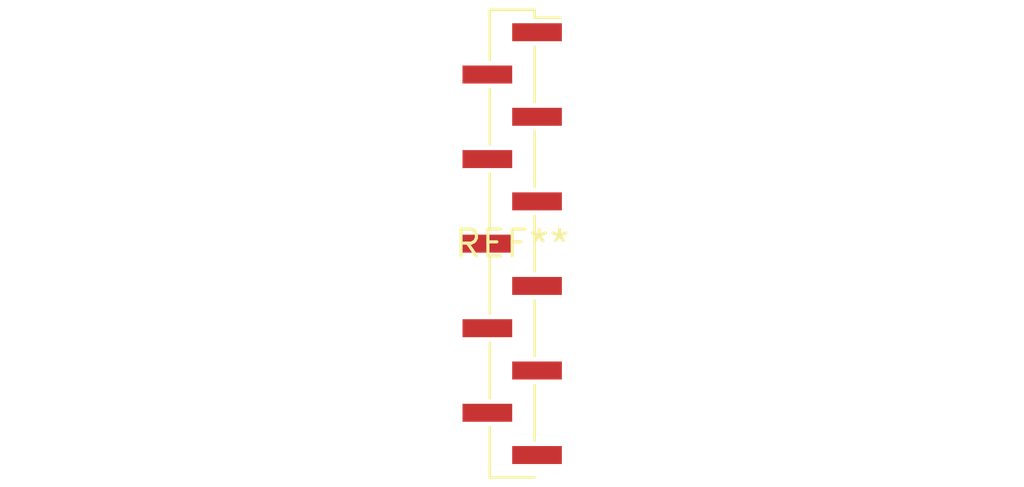
<source format=kicad_pcb>
(kicad_pcb (version 20240108) (generator pcbnew)
  (layers (0 "F.Cu" signal) (31 "B.Cu" signal) (34 "B.Paste" user) (35 "F.Paste" user) (36 "B.SilkS" user "B.Silkscreen") (37 "F.SilkS" user "F.Silkscreen") (38 "B.Mask" user) (39 "F.Mask" user) (44 "Edge.Cuts" user))
  (net 0 "")
  (footprint "PinHeader_1x11_P2.00mm_Vertical_SMD_Pin1Right" (layer "F.Cu") (at 0 0)
    (property "Reference" "REF**")
    (property "Value" "PinHeader_1x11_P2.00mm_Vertical_SMD_Pin1Right")
    (fp_line (start -1.06 -11.06) (end -1.06 -8.685) (layer "F.SilkS") (stroke (width 0.12)))
    (fp_line (start -1.06 -11.06) (end 1.06 -11.06) (layer "F.SilkS") (stroke (width 0.12)))
    (fp_line (start -1.06 -7.315) (end -1.06 -4.685) (layer "F.SilkS") (stroke (width 0.12)))
    (fp_line (start -1.06 -3.315) (end -1.06 -0.685) (layer "F.SilkS") (stroke (width 0.12)))
    (fp_line (start -1.06 0.685) (end -1.06 3.315) (layer "F.SilkS") (stroke (width 0.12)))
    (fp_line (start -1.06 4.685) (end -1.06 7.315) (layer "F.SilkS") (stroke (width 0.12)))
    (fp_line (start -1.06 8.685) (end -1.06 11.06) (layer "F.SilkS") (stroke (width 0.12)))
    (fp_line (start -1.06 10.685) (end -1.06 11.06) (layer "F.SilkS") (stroke (width 0.12)))
    (fp_line (start -1.06 11.06) (end 1.06 11.06) (layer "F.SilkS") (stroke (width 0.12)))
    (fp_line (start 1.06 -11.06) (end 1.06 -10.685) (layer "F.SilkS") (stroke (width 0.12)))
    (fp_line (start 1.06 -10.685) (end 2.29 -10.685) (layer "F.SilkS") (stroke (width 0.12)))
    (fp_line (start 1.06 -9.315) (end 1.06 -6.685) (layer "F.SilkS") (stroke (width 0.12)))
    (fp_line (start 1.06 -5.315) (end 1.06 -2.685) (layer "F.SilkS") (stroke (width 0.12)))
    (fp_line (start 1.06 -1.315) (end 1.06 1.315) (layer "F.SilkS") (stroke (width 0.12)))
    (fp_line (start 1.06 2.685) (end 1.06 5.315) (layer "F.SilkS") (stroke (width 0.12)))
    (fp_line (start 1.06 6.685) (end 1.06 9.315) (layer "F.SilkS") (stroke (width 0.12)))
    (pad "1" smd rect (at 1.175 -10) (size 2.35 0.85) (layers "F.Cu" "F.Paste" "F.Mask"))
    (pad "2" smd rect (at -1.175 -8) (size 2.35 0.85) (layers "F.Cu" "F.Paste" "F.Mask"))
    (pad "3" smd rect (at 1.175 -6) (size 2.35 0.85) (layers "F.Cu" "F.Paste" "F.Mask"))
    (pad "4" smd rect (at -1.175 -4) (size 2.35 0.85) (layers "F.Cu" "F.Paste" "F.Mask"))
    (pad "5" smd rect (at 1.175 -2) (size 2.35 0.85) (layers "F.Cu" "F.Paste" "F.Mask"))
    (pad "6" smd rect (at -1.175 0) (size 2.35 0.85) (layers "F.Cu" "F.Paste" "F.Mask"))
    (pad "7" smd rect (at 1.175 2) (size 2.35 0.85) (layers "F.Cu" "F.Paste" "F.Mask"))
    (pad "8" smd rect (at -1.175 4) (size 2.35 0.85) (layers "F.Cu" "F.Paste" "F.Mask"))
    (pad "9" smd rect (at 1.175 6) (size 2.35 0.85) (layers "F.Cu" "F.Paste" "F.Mask"))
    (pad "10" smd rect (at -1.175 8) (size 2.35 0.85) (layers "F.Cu" "F.Paste" "F.Mask"))
    (pad "11" smd rect (at 1.175 10) (size 2.35 0.85) (layers "F.Cu" "F.Paste" "F.Mask"))
  )
)
</source>
